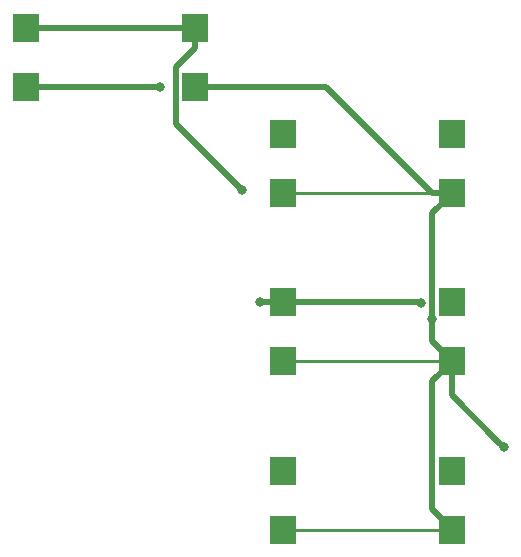
<source format=gbr>
G04 #@! TF.GenerationSoftware,KiCad,Pcbnew,(5.1.5)-3*
G04 #@! TF.CreationDate,2020-03-19T11:24:29+02:00*
G04 #@! TF.ProjectId,LeftPanel,4c656674-5061-46e6-956c-2e6b69636164,rev?*
G04 #@! TF.SameCoordinates,Original*
G04 #@! TF.FileFunction,Copper,L1,Top*
G04 #@! TF.FilePolarity,Positive*
%FSLAX46Y46*%
G04 Gerber Fmt 4.6, Leading zero omitted, Abs format (unit mm)*
G04 Created by KiCad (PCBNEW (5.1.5)-3) date 2020-03-19 11:24:29*
%MOMM*%
%LPD*%
G04 APERTURE LIST*
%ADD10R,2.300000X2.400000*%
%ADD11C,0.800000*%
%ADD12C,0.500000*%
%ADD13C,0.250000*%
G04 APERTURE END LIST*
D10*
X62975000Y-164750000D03*
X77275000Y-164750000D03*
X62975000Y-169750000D03*
X77275000Y-169750000D03*
X62975000Y-150500000D03*
X77275000Y-150500000D03*
X62975000Y-155500000D03*
X77275000Y-155500000D03*
X62975000Y-136250000D03*
X77275000Y-136250000D03*
X62975000Y-141250000D03*
X77275000Y-141250000D03*
X41225000Y-127250000D03*
X55525000Y-127250000D03*
X41225000Y-132250000D03*
X55525000Y-132250000D03*
D11*
X59500000Y-141000000D03*
X62975000Y-164750000D03*
X77275000Y-164750000D03*
X61000000Y-150500000D03*
X74650000Y-150550000D03*
X77275000Y-150500000D03*
X62975000Y-136250000D03*
X77275000Y-136250000D03*
X75558683Y-151898211D03*
X52550000Y-132250000D03*
X55525000Y-132250000D03*
X81700000Y-162799994D03*
D12*
X55525000Y-128950000D02*
X55525000Y-127250000D01*
X53924999Y-130550001D02*
X55525000Y-128950000D01*
X53924999Y-135424999D02*
X53924999Y-130550001D01*
X59500000Y-141000000D02*
X53924999Y-135424999D01*
X55525000Y-127250000D02*
X41225000Y-127250000D01*
X61000000Y-150500000D02*
X62975000Y-150500000D01*
X62975000Y-150500000D02*
X74600000Y-150500000D01*
X74600000Y-150500000D02*
X74650000Y-150550000D01*
X77275000Y-155550000D02*
X77275000Y-155500000D01*
X75625000Y-157200000D02*
X77275000Y-155550000D01*
X75625000Y-168050000D02*
X75625000Y-157200000D01*
X77275000Y-169750000D02*
X77275000Y-169700000D01*
X77275000Y-141300000D02*
X77275000Y-141250000D01*
X75625000Y-142950000D02*
X77275000Y-141300000D01*
X75625000Y-153800000D02*
X75625000Y-142950000D01*
X77275000Y-155500000D02*
X77275000Y-155450000D01*
X77275000Y-155450000D02*
X75625000Y-153800000D01*
X57175000Y-132250000D02*
X55525000Y-132250000D01*
X66625000Y-132250000D02*
X57175000Y-132250000D01*
X77275000Y-141250000D02*
X75625000Y-141250000D01*
X75625000Y-141250000D02*
X66625000Y-132250000D01*
X77275000Y-169700000D02*
X75625000Y-168050000D01*
D13*
X77275000Y-169750000D02*
X62975000Y-169750000D01*
X64375000Y-155500000D02*
X77275000Y-155500000D01*
X62975000Y-155500000D02*
X64375000Y-155500000D01*
X77275000Y-141250000D02*
X62975000Y-141250000D01*
D12*
X41225000Y-132250000D02*
X52550000Y-132250000D01*
X81300001Y-162399995D02*
X81700000Y-162799994D01*
X77275000Y-155500000D02*
X77275000Y-158374994D01*
X77275000Y-158374994D02*
X81300001Y-162399995D01*
M02*

</source>
